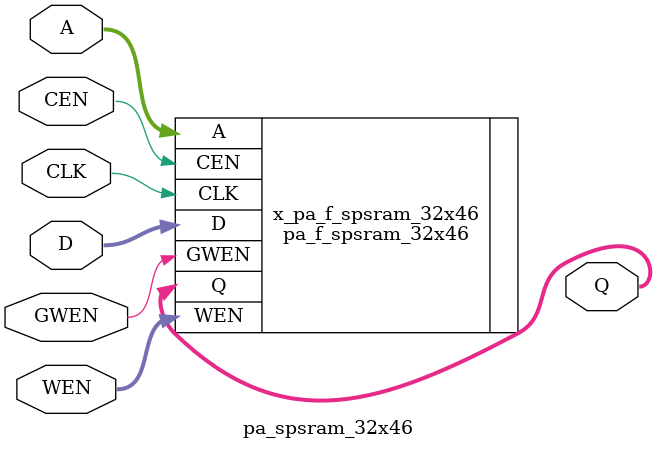
<source format=v>
/*Copyright 2020-2021 T-Head Semiconductor Co., Ltd.

Licensed under the Apache License, Version 2.0 (the "License");
you may not use this file except in compliance with the License.
You may obtain a copy of the License at

    http://www.apache.org/licenses/LICENSE-2.0

Unless required by applicable law or agreed to in writing, software
distributed under the License is distributed on an "AS IS" BASIS,
WITHOUT WARRANTIES OR CONDITIONS OF ANY KIND, either express or implied.
See the License for the specific language governing permissions and
limitations under the License.
*/

// &ModuleBeg; @22
module pa_spsram_32x46(
  A,
  CEN,
  CLK,
  D,
  GWEN,
  Q,
  WEN
);

// &Ports; @23
input   [4 :0]  A;   
input           CEN; 
input           CLK; 
input   [45:0]  D;   
input           GWEN; 
input   [45:0]  WEN; 
output  [45:0]  Q;   

// &Regs; @24

// &Wires; @25
wire    [4 :0]  A;   
wire            CEN; 
wire            CLK; 
wire    [45:0]  D;   
wire            GWEN; 
wire    [45:0]  Q;   
wire    [45:0]  WEN; 


//**********************************************************
//                  Parameter Definition
//**********************************************************
parameter ADDR_WIDTH = 5;
parameter DATA_WIDTH = 46;
parameter WE_WIDTH   = 46;

// &Force("bus","Q",DATA_WIDTH-1,0); @34
// &Force("bus","WEN",WE_WIDTH-1,0); @35
// &Force("bus","A",ADDR_WIDTH-1,0); @36
// &Force("bus","D",DATA_WIDTH-1,0); @37

//  //********************************************************
//  //*                        FPGA memory                   *
//  //********************************************************
//   &Instance("pa_f_spsram_32x46"); @43
pa_f_spsram_32x46  x_pa_f_spsram_32x46 (
  .A    (A   ),
  .CEN  (CEN ),
  .CLK  (CLK ),
  .D    (D   ),
  .GWEN (GWEN),
  .Q    (Q   ),
  .WEN  (WEN )
);

//   &Instance("pa_tsmc_spsram_32x46"); @49
//   &Instance("pa_gsmc_spsram_32x46"); @55

// &ModuleEnd; @71
endmodule



</source>
